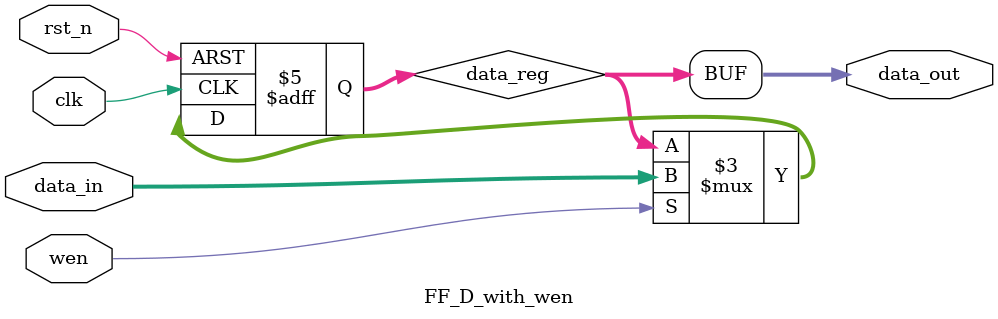
<source format=v>


// This program is distributed in the hope that it will be useful,
// but WITHOUT ANY WARRANTY; without even the implied warranty of
// MERCHANTABILITY or FITNESS FOR A PARTICULAR PURPOSE.  See the
// GNU General Public License for more details.

// You should have received a copy of the GNU General Public License
// along with this program.  If not, see <https://www.gnu.org/licenses/>.

// Please contact me through the following email: <qwe15889844242@163.com>

module FF_D_with_wen#(parameter DATA_LEN=32,RST_DATA=0)(
	input 			        clk,
	input 			        rst_n,
    input                   wen,
	input  [DATA_LEN-1:0]	data_in,
	output [DATA_LEN-1:0]	data_out
);

reg [DATA_LEN-1:0] data_reg;

always @(posedge clk or negedge rst_n) begin
    if(!rst_n)begin
        data_reg<=RST_DATA;
    end    
    else if(wen)begin
        data_reg<=data_in;
    end
end

assign data_out = data_reg;

endmodule //FF_D_with_wen

</source>
